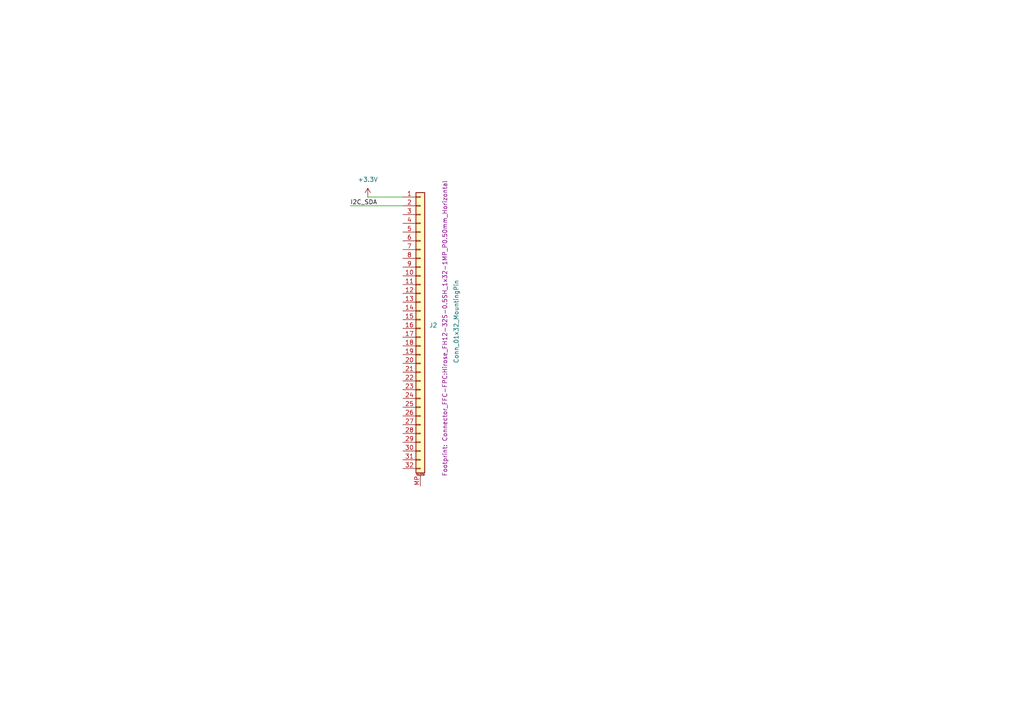
<source format=kicad_sch>
(kicad_sch
	(version 20231120)
	(generator "eeschema")
	(generator_version "8.0")
	(uuid "0c45b3ae-2095-4e34-bbb0-5d04c5e12b9b")
	(paper "A4")
	(lib_symbols
		(symbol "Connector_Generic_MountingPin:Conn_01x32_MountingPin"
			(pin_names
				(offset 1.016) hide)
			(exclude_from_sim no)
			(in_bom yes)
			(on_board yes)
			(property "Reference" "J"
				(at 0 40.64 0)
				(effects
					(font
						(size 1.27 1.27)
					)
				)
			)
			(property "Value" "Conn_01x32_MountingPin"
				(at 1.27 -43.18 0)
				(effects
					(font
						(size 1.27 1.27)
					)
					(justify left)
				)
			)
			(property "Footprint" ""
				(at 0 0 0)
				(effects
					(font
						(size 1.27 1.27)
					)
					(hide yes)
				)
			)
			(property "Datasheet" "~"
				(at 0 0 0)
				(effects
					(font
						(size 1.27 1.27)
					)
					(hide yes)
				)
			)
			(property "Description" "Generic connectable mounting pin connector, single row, 01x32, script generated (kicad-library-utils/schlib/autogen/connector/)"
				(at 0 0 0)
				(effects
					(font
						(size 1.27 1.27)
					)
					(hide yes)
				)
			)
			(property "ki_keywords" "connector"
				(at 0 0 0)
				(effects
					(font
						(size 1.27 1.27)
					)
					(hide yes)
				)
			)
			(property "ki_fp_filters" "Connector*:*_1x??-1MP*"
				(at 0 0 0)
				(effects
					(font
						(size 1.27 1.27)
					)
					(hide yes)
				)
			)
			(symbol "Conn_01x32_MountingPin_1_1"
				(rectangle
					(start -1.27 -40.513)
					(end 0 -40.767)
					(stroke
						(width 0.1524)
						(type default)
					)
					(fill
						(type none)
					)
				)
				(rectangle
					(start -1.27 -37.973)
					(end 0 -38.227)
					(stroke
						(width 0.1524)
						(type default)
					)
					(fill
						(type none)
					)
				)
				(rectangle
					(start -1.27 -35.433)
					(end 0 -35.687)
					(stroke
						(width 0.1524)
						(type default)
					)
					(fill
						(type none)
					)
				)
				(rectangle
					(start -1.27 -32.893)
					(end 0 -33.147)
					(stroke
						(width 0.1524)
						(type default)
					)
					(fill
						(type none)
					)
				)
				(rectangle
					(start -1.27 -30.353)
					(end 0 -30.607)
					(stroke
						(width 0.1524)
						(type default)
					)
					(fill
						(type none)
					)
				)
				(rectangle
					(start -1.27 -27.813)
					(end 0 -28.067)
					(stroke
						(width 0.1524)
						(type default)
					)
					(fill
						(type none)
					)
				)
				(rectangle
					(start -1.27 -25.273)
					(end 0 -25.527)
					(stroke
						(width 0.1524)
						(type default)
					)
					(fill
						(type none)
					)
				)
				(rectangle
					(start -1.27 -22.733)
					(end 0 -22.987)
					(stroke
						(width 0.1524)
						(type default)
					)
					(fill
						(type none)
					)
				)
				(rectangle
					(start -1.27 -20.193)
					(end 0 -20.447)
					(stroke
						(width 0.1524)
						(type default)
					)
					(fill
						(type none)
					)
				)
				(rectangle
					(start -1.27 -17.653)
					(end 0 -17.907)
					(stroke
						(width 0.1524)
						(type default)
					)
					(fill
						(type none)
					)
				)
				(rectangle
					(start -1.27 -15.113)
					(end 0 -15.367)
					(stroke
						(width 0.1524)
						(type default)
					)
					(fill
						(type none)
					)
				)
				(rectangle
					(start -1.27 -12.573)
					(end 0 -12.827)
					(stroke
						(width 0.1524)
						(type default)
					)
					(fill
						(type none)
					)
				)
				(rectangle
					(start -1.27 -10.033)
					(end 0 -10.287)
					(stroke
						(width 0.1524)
						(type default)
					)
					(fill
						(type none)
					)
				)
				(rectangle
					(start -1.27 -7.493)
					(end 0 -7.747)
					(stroke
						(width 0.1524)
						(type default)
					)
					(fill
						(type none)
					)
				)
				(rectangle
					(start -1.27 -4.953)
					(end 0 -5.207)
					(stroke
						(width 0.1524)
						(type default)
					)
					(fill
						(type none)
					)
				)
				(rectangle
					(start -1.27 -2.413)
					(end 0 -2.667)
					(stroke
						(width 0.1524)
						(type default)
					)
					(fill
						(type none)
					)
				)
				(rectangle
					(start -1.27 0.127)
					(end 0 -0.127)
					(stroke
						(width 0.1524)
						(type default)
					)
					(fill
						(type none)
					)
				)
				(rectangle
					(start -1.27 2.667)
					(end 0 2.413)
					(stroke
						(width 0.1524)
						(type default)
					)
					(fill
						(type none)
					)
				)
				(rectangle
					(start -1.27 5.207)
					(end 0 4.953)
					(stroke
						(width 0.1524)
						(type default)
					)
					(fill
						(type none)
					)
				)
				(rectangle
					(start -1.27 7.747)
					(end 0 7.493)
					(stroke
						(width 0.1524)
						(type default)
					)
					(fill
						(type none)
					)
				)
				(rectangle
					(start -1.27 10.287)
					(end 0 10.033)
					(stroke
						(width 0.1524)
						(type default)
					)
					(fill
						(type none)
					)
				)
				(rectangle
					(start -1.27 12.827)
					(end 0 12.573)
					(stroke
						(width 0.1524)
						(type default)
					)
					(fill
						(type none)
					)
				)
				(rectangle
					(start -1.27 15.367)
					(end 0 15.113)
					(stroke
						(width 0.1524)
						(type default)
					)
					(fill
						(type none)
					)
				)
				(rectangle
					(start -1.27 17.907)
					(end 0 17.653)
					(stroke
						(width 0.1524)
						(type default)
					)
					(fill
						(type none)
					)
				)
				(rectangle
					(start -1.27 20.447)
					(end 0 20.193)
					(stroke
						(width 0.1524)
						(type default)
					)
					(fill
						(type none)
					)
				)
				(rectangle
					(start -1.27 22.987)
					(end 0 22.733)
					(stroke
						(width 0.1524)
						(type default)
					)
					(fill
						(type none)
					)
				)
				(rectangle
					(start -1.27 25.527)
					(end 0 25.273)
					(stroke
						(width 0.1524)
						(type default)
					)
					(fill
						(type none)
					)
				)
				(rectangle
					(start -1.27 28.067)
					(end 0 27.813)
					(stroke
						(width 0.1524)
						(type default)
					)
					(fill
						(type none)
					)
				)
				(rectangle
					(start -1.27 30.607)
					(end 0 30.353)
					(stroke
						(width 0.1524)
						(type default)
					)
					(fill
						(type none)
					)
				)
				(rectangle
					(start -1.27 33.147)
					(end 0 32.893)
					(stroke
						(width 0.1524)
						(type default)
					)
					(fill
						(type none)
					)
				)
				(rectangle
					(start -1.27 35.687)
					(end 0 35.433)
					(stroke
						(width 0.1524)
						(type default)
					)
					(fill
						(type none)
					)
				)
				(rectangle
					(start -1.27 38.227)
					(end 0 37.973)
					(stroke
						(width 0.1524)
						(type default)
					)
					(fill
						(type none)
					)
				)
				(rectangle
					(start -1.27 39.37)
					(end 1.27 -41.91)
					(stroke
						(width 0.254)
						(type default)
					)
					(fill
						(type background)
					)
				)
				(polyline
					(pts
						(xy -1.016 -42.672) (xy 1.016 -42.672)
					)
					(stroke
						(width 0.1524)
						(type default)
					)
					(fill
						(type none)
					)
				)
				(text "Mounting"
					(at 0 -42.291 0)
					(effects
						(font
							(size 0.381 0.381)
						)
					)
				)
				(pin passive line
					(at -5.08 38.1 0)
					(length 3.81)
					(name "Pin_1"
						(effects
							(font
								(size 1.27 1.27)
							)
						)
					)
					(number "1"
						(effects
							(font
								(size 1.27 1.27)
							)
						)
					)
				)
				(pin passive line
					(at -5.08 15.24 0)
					(length 3.81)
					(name "Pin_10"
						(effects
							(font
								(size 1.27 1.27)
							)
						)
					)
					(number "10"
						(effects
							(font
								(size 1.27 1.27)
							)
						)
					)
				)
				(pin passive line
					(at -5.08 12.7 0)
					(length 3.81)
					(name "Pin_11"
						(effects
							(font
								(size 1.27 1.27)
							)
						)
					)
					(number "11"
						(effects
							(font
								(size 1.27 1.27)
							)
						)
					)
				)
				(pin passive line
					(at -5.08 10.16 0)
					(length 3.81)
					(name "Pin_12"
						(effects
							(font
								(size 1.27 1.27)
							)
						)
					)
					(number "12"
						(effects
							(font
								(size 1.27 1.27)
							)
						)
					)
				)
				(pin passive line
					(at -5.08 7.62 0)
					(length 3.81)
					(name "Pin_13"
						(effects
							(font
								(size 1.27 1.27)
							)
						)
					)
					(number "13"
						(effects
							(font
								(size 1.27 1.27)
							)
						)
					)
				)
				(pin passive line
					(at -5.08 5.08 0)
					(length 3.81)
					(name "Pin_14"
						(effects
							(font
								(size 1.27 1.27)
							)
						)
					)
					(number "14"
						(effects
							(font
								(size 1.27 1.27)
							)
						)
					)
				)
				(pin passive line
					(at -5.08 2.54 0)
					(length 3.81)
					(name "Pin_15"
						(effects
							(font
								(size 1.27 1.27)
							)
						)
					)
					(number "15"
						(effects
							(font
								(size 1.27 1.27)
							)
						)
					)
				)
				(pin passive line
					(at -5.08 0 0)
					(length 3.81)
					(name "Pin_16"
						(effects
							(font
								(size 1.27 1.27)
							)
						)
					)
					(number "16"
						(effects
							(font
								(size 1.27 1.27)
							)
						)
					)
				)
				(pin passive line
					(at -5.08 -2.54 0)
					(length 3.81)
					(name "Pin_17"
						(effects
							(font
								(size 1.27 1.27)
							)
						)
					)
					(number "17"
						(effects
							(font
								(size 1.27 1.27)
							)
						)
					)
				)
				(pin passive line
					(at -5.08 -5.08 0)
					(length 3.81)
					(name "Pin_18"
						(effects
							(font
								(size 1.27 1.27)
							)
						)
					)
					(number "18"
						(effects
							(font
								(size 1.27 1.27)
							)
						)
					)
				)
				(pin passive line
					(at -5.08 -7.62 0)
					(length 3.81)
					(name "Pin_19"
						(effects
							(font
								(size 1.27 1.27)
							)
						)
					)
					(number "19"
						(effects
							(font
								(size 1.27 1.27)
							)
						)
					)
				)
				(pin passive line
					(at -5.08 35.56 0)
					(length 3.81)
					(name "Pin_2"
						(effects
							(font
								(size 1.27 1.27)
							)
						)
					)
					(number "2"
						(effects
							(font
								(size 1.27 1.27)
							)
						)
					)
				)
				(pin passive line
					(at -5.08 -10.16 0)
					(length 3.81)
					(name "Pin_20"
						(effects
							(font
								(size 1.27 1.27)
							)
						)
					)
					(number "20"
						(effects
							(font
								(size 1.27 1.27)
							)
						)
					)
				)
				(pin passive line
					(at -5.08 -12.7 0)
					(length 3.81)
					(name "Pin_21"
						(effects
							(font
								(size 1.27 1.27)
							)
						)
					)
					(number "21"
						(effects
							(font
								(size 1.27 1.27)
							)
						)
					)
				)
				(pin passive line
					(at -5.08 -15.24 0)
					(length 3.81)
					(name "Pin_22"
						(effects
							(font
								(size 1.27 1.27)
							)
						)
					)
					(number "22"
						(effects
							(font
								(size 1.27 1.27)
							)
						)
					)
				)
				(pin passive line
					(at -5.08 -17.78 0)
					(length 3.81)
					(name "Pin_23"
						(effects
							(font
								(size 1.27 1.27)
							)
						)
					)
					(number "23"
						(effects
							(font
								(size 1.27 1.27)
							)
						)
					)
				)
				(pin passive line
					(at -5.08 -20.32 0)
					(length 3.81)
					(name "Pin_24"
						(effects
							(font
								(size 1.27 1.27)
							)
						)
					)
					(number "24"
						(effects
							(font
								(size 1.27 1.27)
							)
						)
					)
				)
				(pin passive line
					(at -5.08 -22.86 0)
					(length 3.81)
					(name "Pin_25"
						(effects
							(font
								(size 1.27 1.27)
							)
						)
					)
					(number "25"
						(effects
							(font
								(size 1.27 1.27)
							)
						)
					)
				)
				(pin passive line
					(at -5.08 -25.4 0)
					(length 3.81)
					(name "Pin_26"
						(effects
							(font
								(size 1.27 1.27)
							)
						)
					)
					(number "26"
						(effects
							(font
								(size 1.27 1.27)
							)
						)
					)
				)
				(pin passive line
					(at -5.08 -27.94 0)
					(length 3.81)
					(name "Pin_27"
						(effects
							(font
								(size 1.27 1.27)
							)
						)
					)
					(number "27"
						(effects
							(font
								(size 1.27 1.27)
							)
						)
					)
				)
				(pin passive line
					(at -5.08 -30.48 0)
					(length 3.81)
					(name "Pin_28"
						(effects
							(font
								(size 1.27 1.27)
							)
						)
					)
					(number "28"
						(effects
							(font
								(size 1.27 1.27)
							)
						)
					)
				)
				(pin passive line
					(at -5.08 -33.02 0)
					(length 3.81)
					(name "Pin_29"
						(effects
							(font
								(size 1.27 1.27)
							)
						)
					)
					(number "29"
						(effects
							(font
								(size 1.27 1.27)
							)
						)
					)
				)
				(pin passive line
					(at -5.08 33.02 0)
					(length 3.81)
					(name "Pin_3"
						(effects
							(font
								(size 1.27 1.27)
							)
						)
					)
					(number "3"
						(effects
							(font
								(size 1.27 1.27)
							)
						)
					)
				)
				(pin passive line
					(at -5.08 -35.56 0)
					(length 3.81)
					(name "Pin_30"
						(effects
							(font
								(size 1.27 1.27)
							)
						)
					)
					(number "30"
						(effects
							(font
								(size 1.27 1.27)
							)
						)
					)
				)
				(pin passive line
					(at -5.08 -38.1 0)
					(length 3.81)
					(name "Pin_31"
						(effects
							(font
								(size 1.27 1.27)
							)
						)
					)
					(number "31"
						(effects
							(font
								(size 1.27 1.27)
							)
						)
					)
				)
				(pin passive line
					(at -5.08 -40.64 0)
					(length 3.81)
					(name "Pin_32"
						(effects
							(font
								(size 1.27 1.27)
							)
						)
					)
					(number "32"
						(effects
							(font
								(size 1.27 1.27)
							)
						)
					)
				)
				(pin passive line
					(at -5.08 30.48 0)
					(length 3.81)
					(name "Pin_4"
						(effects
							(font
								(size 1.27 1.27)
							)
						)
					)
					(number "4"
						(effects
							(font
								(size 1.27 1.27)
							)
						)
					)
				)
				(pin passive line
					(at -5.08 27.94 0)
					(length 3.81)
					(name "Pin_5"
						(effects
							(font
								(size 1.27 1.27)
							)
						)
					)
					(number "5"
						(effects
							(font
								(size 1.27 1.27)
							)
						)
					)
				)
				(pin passive line
					(at -5.08 25.4 0)
					(length 3.81)
					(name "Pin_6"
						(effects
							(font
								(size 1.27 1.27)
							)
						)
					)
					(number "6"
						(effects
							(font
								(size 1.27 1.27)
							)
						)
					)
				)
				(pin passive line
					(at -5.08 22.86 0)
					(length 3.81)
					(name "Pin_7"
						(effects
							(font
								(size 1.27 1.27)
							)
						)
					)
					(number "7"
						(effects
							(font
								(size 1.27 1.27)
							)
						)
					)
				)
				(pin passive line
					(at -5.08 20.32 0)
					(length 3.81)
					(name "Pin_8"
						(effects
							(font
								(size 1.27 1.27)
							)
						)
					)
					(number "8"
						(effects
							(font
								(size 1.27 1.27)
							)
						)
					)
				)
				(pin passive line
					(at -5.08 17.78 0)
					(length 3.81)
					(name "Pin_9"
						(effects
							(font
								(size 1.27 1.27)
							)
						)
					)
					(number "9"
						(effects
							(font
								(size 1.27 1.27)
							)
						)
					)
				)
				(pin passive line
					(at 0 -45.72 90)
					(length 3.048)
					(name "MountPin"
						(effects
							(font
								(size 1.27 1.27)
							)
						)
					)
					(number "MP"
						(effects
							(font
								(size 1.27 1.27)
							)
						)
					)
				)
			)
		)
		(symbol "power:+3.3V"
			(power)
			(pin_numbers hide)
			(pin_names
				(offset 0) hide)
			(exclude_from_sim no)
			(in_bom yes)
			(on_board yes)
			(property "Reference" "#PWR"
				(at 0 -3.81 0)
				(effects
					(font
						(size 1.27 1.27)
					)
					(hide yes)
				)
			)
			(property "Value" "+3.3V"
				(at 0 3.556 0)
				(effects
					(font
						(size 1.27 1.27)
					)
				)
			)
			(property "Footprint" ""
				(at 0 0 0)
				(effects
					(font
						(size 1.27 1.27)
					)
					(hide yes)
				)
			)
			(property "Datasheet" ""
				(at 0 0 0)
				(effects
					(font
						(size 1.27 1.27)
					)
					(hide yes)
				)
			)
			(property "Description" "Power symbol creates a global label with name \"+3.3V\""
				(at 0 0 0)
				(effects
					(font
						(size 1.27 1.27)
					)
					(hide yes)
				)
			)
			(property "ki_keywords" "global power"
				(at 0 0 0)
				(effects
					(font
						(size 1.27 1.27)
					)
					(hide yes)
				)
			)
			(symbol "+3.3V_0_1"
				(polyline
					(pts
						(xy -0.762 1.27) (xy 0 2.54)
					)
					(stroke
						(width 0)
						(type default)
					)
					(fill
						(type none)
					)
				)
				(polyline
					(pts
						(xy 0 0) (xy 0 2.54)
					)
					(stroke
						(width 0)
						(type default)
					)
					(fill
						(type none)
					)
				)
				(polyline
					(pts
						(xy 0 2.54) (xy 0.762 1.27)
					)
					(stroke
						(width 0)
						(type default)
					)
					(fill
						(type none)
					)
				)
			)
			(symbol "+3.3V_1_1"
				(pin power_in line
					(at 0 0 90)
					(length 0)
					(name "~"
						(effects
							(font
								(size 1.27 1.27)
							)
						)
					)
					(number "1"
						(effects
							(font
								(size 1.27 1.27)
							)
						)
					)
				)
			)
		)
	)
	(wire
		(pts
			(xy 106.68 57.15) (xy 116.84 57.15)
		)
		(stroke
			(width 0)
			(type default)
		)
		(uuid "0dcfcb70-56a1-4ea8-8dd7-a8b7f7e0baa1")
	)
	(wire
		(pts
			(xy 101.6 59.69) (xy 116.84 59.69)
		)
		(stroke
			(width 0)
			(type default)
		)
		(uuid "2d2949d9-b80d-4606-9d1d-b1e3c8f4e84e")
	)
	(label "I2C_SDA"
		(at 101.6 59.69 0)
		(fields_autoplaced yes)
		(effects
			(font
				(size 1.27 1.27)
			)
			(justify left bottom)
		)
		(uuid "c283759a-6677-46ea-ac22-ba3cadbec602")
	)
	(symbol
		(lib_id "power:+3.3V")
		(at 106.68 57.15 0)
		(unit 1)
		(exclude_from_sim no)
		(in_bom yes)
		(on_board yes)
		(dnp no)
		(fields_autoplaced yes)
		(uuid "3b962c84-6d58-4770-a2c1-deab63ed83e5")
		(property "Reference" "#PWR01"
			(at 106.68 60.96 0)
			(effects
				(font
					(size 1.27 1.27)
				)
				(hide yes)
			)
		)
		(property "Value" "+3.3V"
			(at 106.68 52.07 0)
			(effects
				(font
					(size 1.27 1.27)
				)
			)
		)
		(property "Footprint" ""
			(at 106.68 57.15 0)
			(effects
				(font
					(size 1.27 1.27)
				)
				(hide yes)
			)
		)
		(property "Datasheet" ""
			(at 106.68 57.15 0)
			(effects
				(font
					(size 1.27 1.27)
				)
				(hide yes)
			)
		)
		(property "Description" "Power symbol creates a global label with name \"+3.3V\""
			(at 106.68 57.15 0)
			(effects
				(font
					(size 1.27 1.27)
				)
				(hide yes)
			)
		)
		(pin "1"
			(uuid "dcf41b4f-03fc-4f9e-99fb-e9bcc13747e1")
		)
		(instances
			(project ""
				(path "/29514084-7d6b-4b2d-ae64-fedb5ed9fbb4/b67711f2-be80-4879-bf94-868cdc55f75f"
					(reference "#PWR01")
					(unit 1)
				)
			)
		)
	)
	(symbol
		(lib_id "Connector_Generic_MountingPin:Conn_01x32_MountingPin")
		(at 121.92 95.25 0)
		(unit 1)
		(exclude_from_sim no)
		(in_bom yes)
		(on_board yes)
		(dnp no)
		(uuid "af32a50b-711b-4397-8052-d1c037e519b9")
		(property "Reference" "J2"
			(at 124.46 94.3355 0)
			(effects
				(font
					(size 1.27 1.27)
				)
				(justify left)
			)
		)
		(property "Value" "Conn_01x32_MountingPin"
			(at 132.334 105.41 90)
			(effects
				(font
					(size 1.27 1.27)
				)
				(justify left)
			)
		)
		(property "Footprint" "Connector_FFC-FPC:Hirose_FH12-32S-0.5SH_1x32-1MP_P0.50mm_Horizontal"
			(at 129.032 138.176 90)
			(show_name yes)
			(effects
				(font
					(size 1.27 1.27)
				)
				(justify left)
			)
		)
		(property "Datasheet" "~"
			(at 121.92 95.25 0)
			(effects
				(font
					(size 1.27 1.27)
				)
				(hide yes)
			)
		)
		(property "Description" "Generic connectable mounting pin connector, single row, 01x32, script generated (kicad-library-utils/schlib/autogen/connector/)"
			(at 121.92 95.25 0)
			(effects
				(font
					(size 1.27 1.27)
				)
				(hide yes)
			)
		)
		(pin "20"
			(uuid "88dcdf55-2380-40ef-bf36-d6eeb8f8b609")
		)
		(pin "1"
			(uuid "72819329-7051-4ea2-af31-9c859f6e7c70")
		)
		(pin "17"
			(uuid "ff58d45c-aa7c-424a-b408-2ea5f0f651cd")
		)
		(pin "10"
			(uuid "354524a3-0ac2-4a19-ace3-62680bf1f984")
		)
		(pin "22"
			(uuid "102a0838-bfd2-4c7b-bd4b-de9ff0f81eff")
		)
		(pin "23"
			(uuid "6a1d0a4b-2742-47a0-aa8f-9011baa3a5d2")
		)
		(pin "24"
			(uuid "fafb181f-1974-46ee-8969-a8c017aade1b")
		)
		(pin "3"
			(uuid "aa07c5ee-b7fe-4768-93e2-cfcc80de5946")
		)
		(pin "14"
			(uuid "1d953875-123f-4109-9ca3-2ac635987fb4")
		)
		(pin "5"
			(uuid "677b9273-a7bb-486b-a6ed-f689daa5aa35")
		)
		(pin "8"
			(uuid "0b83f800-8b5d-4cec-b09e-eb4e1cb3fb6f")
		)
		(pin "MP"
			(uuid "ae5d4eca-fd9b-4608-8d22-d48a9f5763c8")
		)
		(pin "30"
			(uuid "4930ffe0-6816-4e5b-a4ae-4769d7b8c32d")
		)
		(pin "31"
			(uuid "3f0bbe73-5ca7-41e4-a77f-04cd8ac50d9d")
		)
		(pin "32"
			(uuid "4f4f9cf1-3f8f-4258-a1d3-7aef84cd175c")
		)
		(pin "15"
			(uuid "485c7285-407f-47ad-9910-266a483b62e4")
		)
		(pin "18"
			(uuid "ba87e4bb-81e2-42fe-a019-019938e536f6")
		)
		(pin "7"
			(uuid "f64fba67-d5e2-49b7-9b35-9c42a5679351")
		)
		(pin "27"
			(uuid "8f59fa94-9e81-4094-a097-2fa9fcc5f422")
		)
		(pin "19"
			(uuid "6da7d2f3-2a68-4b31-af6d-ad9d41340f67")
		)
		(pin "25"
			(uuid "f9a91c51-7b83-4237-8efa-9b97eaee8315")
		)
		(pin "11"
			(uuid "7b4f04e4-231d-4342-9128-b6ac42bb3b54")
		)
		(pin "26"
			(uuid "9b73d1c8-293a-4f3e-9f19-f99b5f7b006f")
		)
		(pin "29"
			(uuid "4182ea63-9df0-4519-86e1-cca450681c2c")
		)
		(pin "21"
			(uuid "50f1fae5-3351-41dd-89b1-c1c6e302ba27")
		)
		(pin "28"
			(uuid "6b884347-1e6e-4a46-86f9-406a13f1ab99")
		)
		(pin "12"
			(uuid "83da8101-72e6-414f-ab9f-0fc794c7d72b")
		)
		(pin "4"
			(uuid "0eeb2c27-6003-42ae-836c-bffac3d66313")
		)
		(pin "13"
			(uuid "ebe6013f-ec21-4f95-9296-c37c5b7edaee")
		)
		(pin "16"
			(uuid "38b5b0de-c343-42d4-bf58-d6217fc33fbb")
		)
		(pin "9"
			(uuid "38eda192-66af-457a-ae14-30045454fd67")
		)
		(pin "2"
			(uuid "6ce1c624-b3e4-4d9d-aed3-45b611ee5678")
		)
		(pin "6"
			(uuid "62040518-23e7-48b4-8d05-80718de9f604")
		)
		(instances
			(project "CM4-AWRInterfaceBoard"
				(path "/29514084-7d6b-4b2d-ae64-fedb5ed9fbb4/b67711f2-be80-4879-bf94-868cdc55f75f"
					(reference "J2")
					(unit 1)
				)
			)
		)
	)
)

</source>
